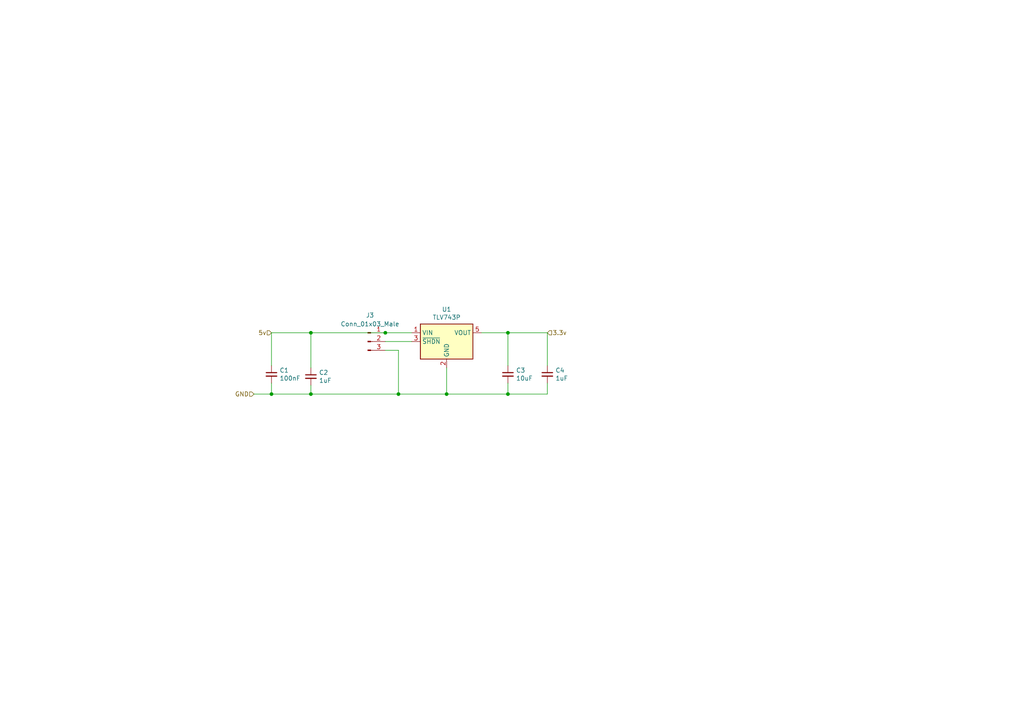
<source format=kicad_sch>
(kicad_sch (version 20211123) (generator eeschema)

  (uuid 1895faed-13c7-4877-930c-ef39a1d7419c)

  (paper "A4")

  (lib_symbols
    (symbol "Connector:Conn_01x03_Male" (pin_names (offset 1.016) hide) (in_bom yes) (on_board yes)
      (property "Reference" "J" (id 0) (at 0 5.08 0)
        (effects (font (size 1.27 1.27)))
      )
      (property "Value" "Conn_01x03_Male" (id 1) (at 0 -5.08 0)
        (effects (font (size 1.27 1.27)))
      )
      (property "Footprint" "" (id 2) (at 0 0 0)
        (effects (font (size 1.27 1.27)) hide)
      )
      (property "Datasheet" "~" (id 3) (at 0 0 0)
        (effects (font (size 1.27 1.27)) hide)
      )
      (property "ki_keywords" "connector" (id 4) (at 0 0 0)
        (effects (font (size 1.27 1.27)) hide)
      )
      (property "ki_description" "Generic connector, single row, 01x03, script generated (kicad-library-utils/schlib/autogen/connector/)" (id 5) (at 0 0 0)
        (effects (font (size 1.27 1.27)) hide)
      )
      (property "ki_fp_filters" "Connector*:*_1x??_*" (id 6) (at 0 0 0)
        (effects (font (size 1.27 1.27)) hide)
      )
      (symbol "Conn_01x03_Male_1_1"
        (polyline
          (pts
            (xy 1.27 -2.54)
            (xy 0.8636 -2.54)
          )
          (stroke (width 0.1524) (type default) (color 0 0 0 0))
          (fill (type none))
        )
        (polyline
          (pts
            (xy 1.27 0)
            (xy 0.8636 0)
          )
          (stroke (width 0.1524) (type default) (color 0 0 0 0))
          (fill (type none))
        )
        (polyline
          (pts
            (xy 1.27 2.54)
            (xy 0.8636 2.54)
          )
          (stroke (width 0.1524) (type default) (color 0 0 0 0))
          (fill (type none))
        )
        (rectangle (start 0.8636 -2.413) (end 0 -2.667)
          (stroke (width 0.1524) (type default) (color 0 0 0 0))
          (fill (type outline))
        )
        (rectangle (start 0.8636 0.127) (end 0 -0.127)
          (stroke (width 0.1524) (type default) (color 0 0 0 0))
          (fill (type outline))
        )
        (rectangle (start 0.8636 2.667) (end 0 2.413)
          (stroke (width 0.1524) (type default) (color 0 0 0 0))
          (fill (type outline))
        )
        (pin passive line (at 5.08 2.54 180) (length 3.81)
          (name "Pin_1" (effects (font (size 1.27 1.27))))
          (number "1" (effects (font (size 1.27 1.27))))
        )
        (pin passive line (at 5.08 0 180) (length 3.81)
          (name "Pin_2" (effects (font (size 1.27 1.27))))
          (number "2" (effects (font (size 1.27 1.27))))
        )
        (pin passive line (at 5.08 -2.54 180) (length 3.81)
          (name "Pin_3" (effects (font (size 1.27 1.27))))
          (number "3" (effects (font (size 1.27 1.27))))
        )
      )
    )
    (symbol "Device:C_Small" (pin_numbers hide) (pin_names (offset 0.254) hide) (in_bom yes) (on_board yes)
      (property "Reference" "C" (id 0) (at 0.254 1.778 0)
        (effects (font (size 1.27 1.27)) (justify left))
      )
      (property "Value" "C_Small" (id 1) (at 0.254 -2.032 0)
        (effects (font (size 1.27 1.27)) (justify left))
      )
      (property "Footprint" "" (id 2) (at 0 0 0)
        (effects (font (size 1.27 1.27)) hide)
      )
      (property "Datasheet" "~" (id 3) (at 0 0 0)
        (effects (font (size 1.27 1.27)) hide)
      )
      (property "ki_keywords" "capacitor cap" (id 4) (at 0 0 0)
        (effects (font (size 1.27 1.27)) hide)
      )
      (property "ki_description" "Unpolarized capacitor, small symbol" (id 5) (at 0 0 0)
        (effects (font (size 1.27 1.27)) hide)
      )
      (property "ki_fp_filters" "C_*" (id 6) (at 0 0 0)
        (effects (font (size 1.27 1.27)) hide)
      )
      (symbol "C_Small_0_1"
        (polyline
          (pts
            (xy -1.524 -0.508)
            (xy 1.524 -0.508)
          )
          (stroke (width 0.3302) (type default) (color 0 0 0 0))
          (fill (type none))
        )
        (polyline
          (pts
            (xy -1.524 0.508)
            (xy 1.524 0.508)
          )
          (stroke (width 0.3048) (type default) (color 0 0 0 0))
          (fill (type none))
        )
      )
      (symbol "C_Small_1_1"
        (pin passive line (at 0 2.54 270) (length 2.032)
          (name "~" (effects (font (size 1.27 1.27))))
          (number "1" (effects (font (size 1.27 1.27))))
        )
        (pin passive line (at 0 -2.54 90) (length 2.032)
          (name "~" (effects (font (size 1.27 1.27))))
          (number "2" (effects (font (size 1.27 1.27))))
        )
      )
    )
    (symbol "Regulator_Linear:TC1017-xCT" (in_bom yes) (on_board yes)
      (property "Reference" "U" (id 0) (at -6.35 6.35 0)
        (effects (font (size 1.27 1.27)) (justify left))
      )
      (property "Value" "TC1017-xCT" (id 1) (at 0 6.35 0)
        (effects (font (size 1.27 1.27)) (justify left))
      )
      (property "Footprint" "Package_TO_SOT_SMD:SOT-23-5" (id 2) (at -6.35 8.89 0)
        (effects (font (size 1.27 1.27) italic) (justify left) hide)
      )
      (property "Datasheet" "http://ww1.microchip.com/downloads/en/DeviceDoc/21813F.pdf" (id 3) (at 0 -2.54 0)
        (effects (font (size 1.27 1.27)) hide)
      )
      (property "ki_keywords" "LDO Linear Voltage Regulator" (id 4) (at 0 0 0)
        (effects (font (size 1.27 1.27)) hide)
      )
      (property "ki_description" "150mA, Tiny CMOS LDO With Shutdown, SOT-23-5" (id 5) (at 0 0 0)
        (effects (font (size 1.27 1.27)) hide)
      )
      (property "ki_fp_filters" "SOT?23*" (id 6) (at 0 0 0)
        (effects (font (size 1.27 1.27)) hide)
      )
      (symbol "TC1017-xCT_0_1"
        (rectangle (start -7.62 5.08) (end 7.62 -5.08)
          (stroke (width 0.254) (type default) (color 0 0 0 0))
          (fill (type background))
        )
      )
      (symbol "TC1017-xCT_1_1"
        (pin power_in line (at -10.16 2.54 0) (length 2.54)
          (name "VIN" (effects (font (size 1.27 1.27))))
          (number "1" (effects (font (size 1.27 1.27))))
        )
        (pin power_in line (at 0 -7.62 90) (length 2.54)
          (name "GND" (effects (font (size 1.27 1.27))))
          (number "2" (effects (font (size 1.27 1.27))))
        )
        (pin input line (at -10.16 0 0) (length 2.54)
          (name "~{SHDN}" (effects (font (size 1.27 1.27))))
          (number "3" (effects (font (size 1.27 1.27))))
        )
        (pin no_connect line (at 7.62 0 180) (length 2.54) hide
          (name "NC" (effects (font (size 1.27 1.27))))
          (number "4" (effects (font (size 1.27 1.27))))
        )
        (pin power_out line (at 10.16 2.54 180) (length 2.54)
          (name "VOUT" (effects (font (size 1.27 1.27))))
          (number "5" (effects (font (size 1.27 1.27))))
        )
      )
    )
  )

  (junction (at 115.57 114.3) (diameter 0) (color 0 0 0 0)
    (uuid 776194d5-1754-40bd-b8c5-107a1e4bee0b)
  )
  (junction (at 147.32 114.3) (diameter 0) (color 0 0 0 0)
    (uuid b30d4eb5-ff8e-4206-8644-40b52649a535)
  )
  (junction (at 111.76 96.52) (diameter 0) (color 0 0 0 0)
    (uuid b6bc397e-d6ae-4491-bd44-53231a17ee01)
  )
  (junction (at 129.54 114.3) (diameter 0) (color 0 0 0 0)
    (uuid d276e2cf-6173-486b-8b7f-1486f4217384)
  )
  (junction (at 90.17 96.52) (diameter 0) (color 0 0 0 0)
    (uuid d981281c-78b2-4016-b2f1-5c8582d64827)
  )
  (junction (at 90.17 114.3) (diameter 0) (color 0 0 0 0)
    (uuid e017670f-3592-40f0-bb60-2fa9132c8497)
  )
  (junction (at 147.32 96.52) (diameter 0) (color 0 0 0 0)
    (uuid ef3840ac-f4f1-40a5-8563-3ff8f7e54123)
  )
  (junction (at 78.74 114.3) (diameter 0) (color 0 0 0 0)
    (uuid fa4c1f79-fc55-46e3-a5ff-78d3f6946920)
  )

  (wire (pts (xy 111.76 96.52) (xy 119.38 96.52))
    (stroke (width 0) (type default) (color 0 0 0 0))
    (uuid 1ae9a626-bdf9-4c55-9074-5d611618250b)
  )
  (wire (pts (xy 90.17 111.76) (xy 90.17 114.3))
    (stroke (width 0) (type default) (color 0 0 0 0))
    (uuid 2ef7510f-f9ae-4dfe-8255-386b9e100385)
  )
  (wire (pts (xy 158.75 96.52) (xy 158.75 106.045))
    (stroke (width 0) (type default) (color 0 0 0 0))
    (uuid 35b8fd41-d4cf-46cd-ba4b-cf5b0b8a2711)
  )
  (wire (pts (xy 147.32 114.3) (xy 158.75 114.3))
    (stroke (width 0) (type default) (color 0 0 0 0))
    (uuid 380e0bf5-b23a-442e-a3a3-0abca464b8d9)
  )
  (wire (pts (xy 111.76 101.6) (xy 115.57 101.6))
    (stroke (width 0) (type default) (color 0 0 0 0))
    (uuid 427f5d5e-75be-4717-bd98-7b66e51d6646)
  )
  (wire (pts (xy 78.74 96.52) (xy 90.17 96.52))
    (stroke (width 0) (type default) (color 0 0 0 0))
    (uuid 4a33de7a-594e-4871-8e39-80f30fa6c14d)
  )
  (wire (pts (xy 158.75 111.125) (xy 158.75 114.3))
    (stroke (width 0) (type default) (color 0 0 0 0))
    (uuid 4e600505-e989-4e56-857c-17198cc3e53f)
  )
  (wire (pts (xy 90.17 96.52) (xy 90.17 106.68))
    (stroke (width 0) (type default) (color 0 0 0 0))
    (uuid 6c363123-5120-4033-ba14-15f874bebf6c)
  )
  (wire (pts (xy 78.74 106.045) (xy 78.74 96.52))
    (stroke (width 0) (type default) (color 0 0 0 0))
    (uuid 6cce6a3c-9c7f-479f-ada7-0e0f547c68a3)
  )
  (wire (pts (xy 129.54 114.3) (xy 147.32 114.3))
    (stroke (width 0) (type default) (color 0 0 0 0))
    (uuid 76c0afeb-953e-49fc-baf9-03334792c6d8)
  )
  (wire (pts (xy 78.74 111.125) (xy 78.74 114.3))
    (stroke (width 0) (type default) (color 0 0 0 0))
    (uuid 822924c9-7b9e-42c7-a8fc-24856468cc9f)
  )
  (wire (pts (xy 129.54 106.68) (xy 129.54 114.3))
    (stroke (width 0) (type default) (color 0 0 0 0))
    (uuid 99387540-144d-44ae-b1f8-9b6f3117c23a)
  )
  (wire (pts (xy 115.57 101.6) (xy 115.57 114.3))
    (stroke (width 0) (type default) (color 0 0 0 0))
    (uuid b3cf016e-5a48-4ffe-b0fe-baf1d592c6a4)
  )
  (wire (pts (xy 147.32 96.52) (xy 158.75 96.52))
    (stroke (width 0) (type default) (color 0 0 0 0))
    (uuid b4305404-5524-4a09-bdc5-e59c3a953bac)
  )
  (wire (pts (xy 90.17 96.52) (xy 111.76 96.52))
    (stroke (width 0) (type default) (color 0 0 0 0))
    (uuid c9958cea-170a-4698-badd-330de72451c0)
  )
  (wire (pts (xy 147.32 106.045) (xy 147.32 96.52))
    (stroke (width 0) (type default) (color 0 0 0 0))
    (uuid ca323807-5fef-41b3-a42e-7852c8659eb4)
  )
  (wire (pts (xy 90.17 114.3) (xy 115.57 114.3))
    (stroke (width 0) (type default) (color 0 0 0 0))
    (uuid ce244eb7-1d1b-4782-8c68-9e27e38948a4)
  )
  (wire (pts (xy 115.57 114.3) (xy 129.54 114.3))
    (stroke (width 0) (type default) (color 0 0 0 0))
    (uuid ce334e66-bb5f-4f76-b046-3158adb2c583)
  )
  (wire (pts (xy 73.66 114.3) (xy 78.74 114.3))
    (stroke (width 0) (type default) (color 0 0 0 0))
    (uuid d078f526-7973-47d4-8197-6fab44009dfb)
  )
  (wire (pts (xy 111.76 99.06) (xy 119.38 99.06))
    (stroke (width 0) (type default) (color 0 0 0 0))
    (uuid d59a4950-5ca1-4df6-9e00-685f5a01f1ca)
  )
  (wire (pts (xy 78.74 114.3) (xy 90.17 114.3))
    (stroke (width 0) (type default) (color 0 0 0 0))
    (uuid e89bedc7-bc83-4ac6-8c6d-c896b30bb728)
  )
  (wire (pts (xy 147.32 111.125) (xy 147.32 114.3))
    (stroke (width 0) (type default) (color 0 0 0 0))
    (uuid e9af515e-49a8-4391-878d-7cab2ced27ff)
  )
  (wire (pts (xy 139.7 96.52) (xy 147.32 96.52))
    (stroke (width 0) (type default) (color 0 0 0 0))
    (uuid ea24a7b3-5b38-412f-807a-64d76cd204ca)
  )

  (hierarchical_label "3.3v" (shape input) (at 158.75 96.52 0)
    (effects (font (size 1.27 1.27)) (justify left))
    (uuid 37d7638c-c1ed-494b-a661-a246a336138a)
  )
  (hierarchical_label "GND" (shape input) (at 73.66 114.3 180)
    (effects (font (size 1.27 1.27)) (justify right))
    (uuid b8e6958c-b0ff-4d34-bae2-4878bfb278a2)
  )
  (hierarchical_label "5v" (shape input) (at 78.74 96.52 180)
    (effects (font (size 1.27 1.27)) (justify right))
    (uuid f13ab64d-0f6a-45e6-a621-cbd11b60179d)
  )

  (symbol (lib_id "Device:C_Small") (at 158.75 108.585 0) (unit 1)
    (in_bom yes) (on_board yes)
    (uuid 196d1b70-9b37-46c7-aa9e-b41abaaa8c23)
    (property "Reference" "C4" (id 0) (at 161.0868 107.4166 0)
      (effects (font (size 1.27 1.27)) (justify left))
    )
    (property "Value" "1uF" (id 1) (at 161.0868 109.728 0)
      (effects (font (size 1.27 1.27)) (justify left))
    )
    (property "Footprint" "Capacitor_SMD:C_0603_1608Metric" (id 2) (at 158.75 108.585 0)
      (effects (font (size 1.27 1.27)) hide)
    )
    (property "Datasheet" "~" (id 3) (at 158.75 108.585 0)
      (effects (font (size 1.27 1.27)) hide)
    )
    (pin "1" (uuid 8ca94593-fae4-4e27-8e47-a1ebb5408ce2))
    (pin "2" (uuid 487d3a00-51ed-49de-86ca-2ccd7978cdde))
  )

  (symbol (lib_id "Regulator_Linear:TC1017-xCT") (at 129.54 99.06 0) (unit 1)
    (in_bom yes) (on_board yes)
    (uuid 673b772a-b7c6-480f-97cf-a61f161efbae)
    (property "Reference" "U1" (id 0) (at 129.54 89.7382 0))
    (property "Value" "TLV743P" (id 1) (at 129.54 92.0496 0))
    (property "Footprint" "Package_TO_SOT_SMD:SOT-23-5" (id 2) (at 123.19 90.17 0)
      (effects (font (size 1.27 1.27) italic) (justify left) hide)
    )
    (property "Datasheet" "" (id 3) (at 129.54 101.6 0)
      (effects (font (size 1.27 1.27)) hide)
    )
    (property "MPN" "TLV74333PDBVR" (id 4) (at 129.54 99.06 0)
      (effects (font (size 1.27 1.27)) hide)
    )
    (property "Digi-Key_PN" "296-47852-1-ND" (id 5) (at 129.54 99.06 0)
      (effects (font (size 1.27 1.27)) hide)
    )
    (pin "1" (uuid 48c4b97e-b889-46d9-a3a6-42ba55a4db2e))
    (pin "2" (uuid 49f353e6-cd7a-4df7-8f7c-86f81c4a39b2))
    (pin "3" (uuid 2a17e0de-8ae3-469a-a375-39a9ed88a8fa))
    (pin "4" (uuid cee2a27f-992e-4b81-8f94-89480b79f4cd))
    (pin "5" (uuid 7893a606-170c-47b5-ba21-c7c4c2383e54))
  )

  (symbol (lib_id "Device:C_Small") (at 78.74 108.585 0) (unit 1)
    (in_bom yes) (on_board yes)
    (uuid 6bb5ca5c-7415-42a9-985b-09c137966385)
    (property "Reference" "C1" (id 0) (at 81.0768 107.4166 0)
      (effects (font (size 1.27 1.27)) (justify left))
    )
    (property "Value" "100nF" (id 1) (at 81.0768 109.728 0)
      (effects (font (size 1.27 1.27)) (justify left))
    )
    (property "Footprint" "Capacitor_SMD:C_0603_1608Metric" (id 2) (at 78.74 108.585 0)
      (effects (font (size 1.27 1.27)) hide)
    )
    (property "Datasheet" "~" (id 3) (at 78.74 108.585 0)
      (effects (font (size 1.27 1.27)) hide)
    )
    (pin "1" (uuid bd3f788d-59f0-4711-a8a9-d4ed5390f57a))
    (pin "2" (uuid ed14dde3-2d23-4eb3-a247-24e52db108f2))
  )

  (symbol (lib_id "Connector:Conn_01x03_Male") (at 106.68 99.06 0) (unit 1)
    (in_bom yes) (on_board yes) (fields_autoplaced)
    (uuid 877a5628-4a00-44b0-bd28-38bebda3fb0a)
    (property "Reference" "J3" (id 0) (at 107.315 91.44 0))
    (property "Value" "Conn_01x03_Male" (id 1) (at 107.315 93.98 0))
    (property "Footprint" "Connector_PinHeader_2.54mm:PinHeader_1x03_P2.54mm_Vertical" (id 2) (at 106.68 99.06 0)
      (effects (font (size 1.27 1.27)) hide)
    )
    (property "Datasheet" "~" (id 3) (at 106.68 99.06 0)
      (effects (font (size 1.27 1.27)) hide)
    )
    (pin "1" (uuid 2434b228-2763-4fad-a805-20d23c0801ae))
    (pin "2" (uuid ad178411-4dc0-4db6-91fb-b25a751a7b8c))
    (pin "3" (uuid 537cb344-9b29-43e6-87db-355285e056b0))
  )

  (symbol (lib_id "Device:C_Small") (at 90.17 109.22 0) (unit 1)
    (in_bom yes) (on_board yes)
    (uuid bf4bdb44-1ce9-4d84-9dc1-aaed43a588f1)
    (property "Reference" "C2" (id 0) (at 92.5068 108.0516 0)
      (effects (font (size 1.27 1.27)) (justify left))
    )
    (property "Value" "1uF" (id 1) (at 92.5068 110.363 0)
      (effects (font (size 1.27 1.27)) (justify left))
    )
    (property "Footprint" "Capacitor_SMD:C_0603_1608Metric" (id 2) (at 90.17 109.22 0)
      (effects (font (size 1.27 1.27)) hide)
    )
    (property "Datasheet" "~" (id 3) (at 90.17 109.22 0)
      (effects (font (size 1.27 1.27)) hide)
    )
    (pin "1" (uuid 5df660f0-9cf5-4f31-a78e-624aabcd8a5f))
    (pin "2" (uuid 8b4b48ad-ad6c-4c85-ab3a-521bfb3e80d3))
  )

  (symbol (lib_id "Device:C_Small") (at 147.32 108.585 0) (unit 1)
    (in_bom yes) (on_board yes)
    (uuid dd34b7a6-8448-4c7f-81f6-a8e49de64a92)
    (property "Reference" "C3" (id 0) (at 149.6568 107.4166 0)
      (effects (font (size 1.27 1.27)) (justify left))
    )
    (property "Value" "10uF" (id 1) (at 149.6568 109.728 0)
      (effects (font (size 1.27 1.27)) (justify left))
    )
    (property "Footprint" "Capacitor_SMD:C_0603_1608Metric" (id 2) (at 147.32 108.585 0)
      (effects (font (size 1.27 1.27)) hide)
    )
    (property "Datasheet" "~" (id 3) (at 147.32 108.585 0)
      (effects (font (size 1.27 1.27)) hide)
    )
    (pin "1" (uuid 6de6109d-3d17-41b1-b06e-2589bcad1fa7))
    (pin "2" (uuid a5049ae6-8417-4c06-a0af-0592b59935c4))
  )
)

</source>
